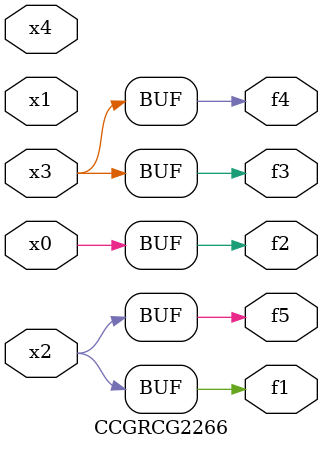
<source format=v>
module CCGRCG2266(
	input x0, x1, x2, x3, x4,
	output f1, f2, f3, f4, f5
);
	assign f1 = x2;
	assign f2 = x0;
	assign f3 = x3;
	assign f4 = x3;
	assign f5 = x2;
endmodule

</source>
